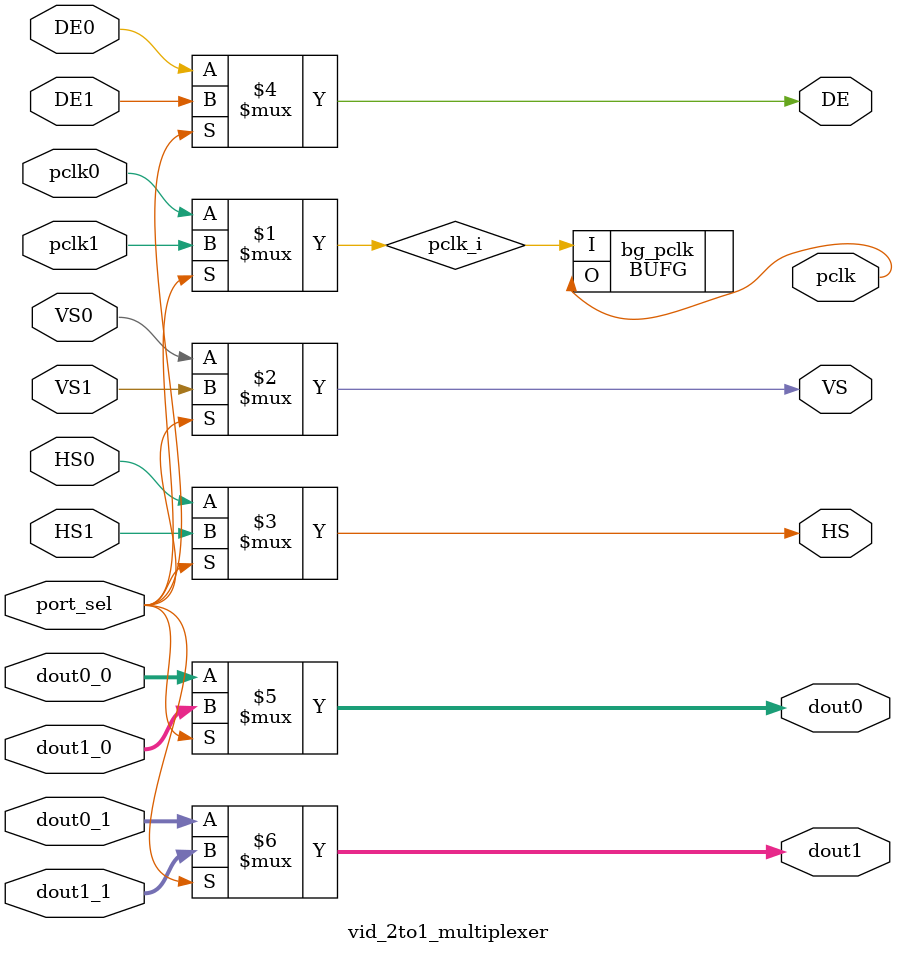
<source format=v>
`timescale 1ns / 1ns
`define UD #1

module vid_2to1_multiplexer
(
    input                port_sel,
    
    input                pclk0   ,
    input 	        	 VS0     , 
    input                HS0     ,
    input                DE0     ,	 
    input	[23:0]       dout0_0 ,
    input	[23:0]	     dout0_1 ,

    input                pclk1   , 
    input 	        	 VS1     , 
    input                HS1     ,
    input                DE1     ,	 
    input	[23:0]       dout1_0 ,
    input	[23:0]	     dout1_1 ,
 
    output              pclk     ,	 
    output              VS       ,
    output              HS       ,
    output              DE       ,
    output  [23:0]      dout0    ,
    output  [23:0]      dout1 
);

wire    pclk_i;
assign  pclk_i = port_sel ?  pclk1   : pclk0   ;
assign  VS     = port_sel ?  VS1     : VS0     ;
assign  HS     = port_sel ?  HS1     : HS0     ;
assign  DE     = port_sel ?  DE1     : DE0     ;
assign  dout0  = port_sel ?  dout1_0 : dout0_0 ;
assign  dout1  = port_sel ?  dout1_1 : dout0_1 ;

BUFG bg_pclk
(
    .I          (pclk_i), 
    .O          (pclk)
) ;

endmodule

</source>
